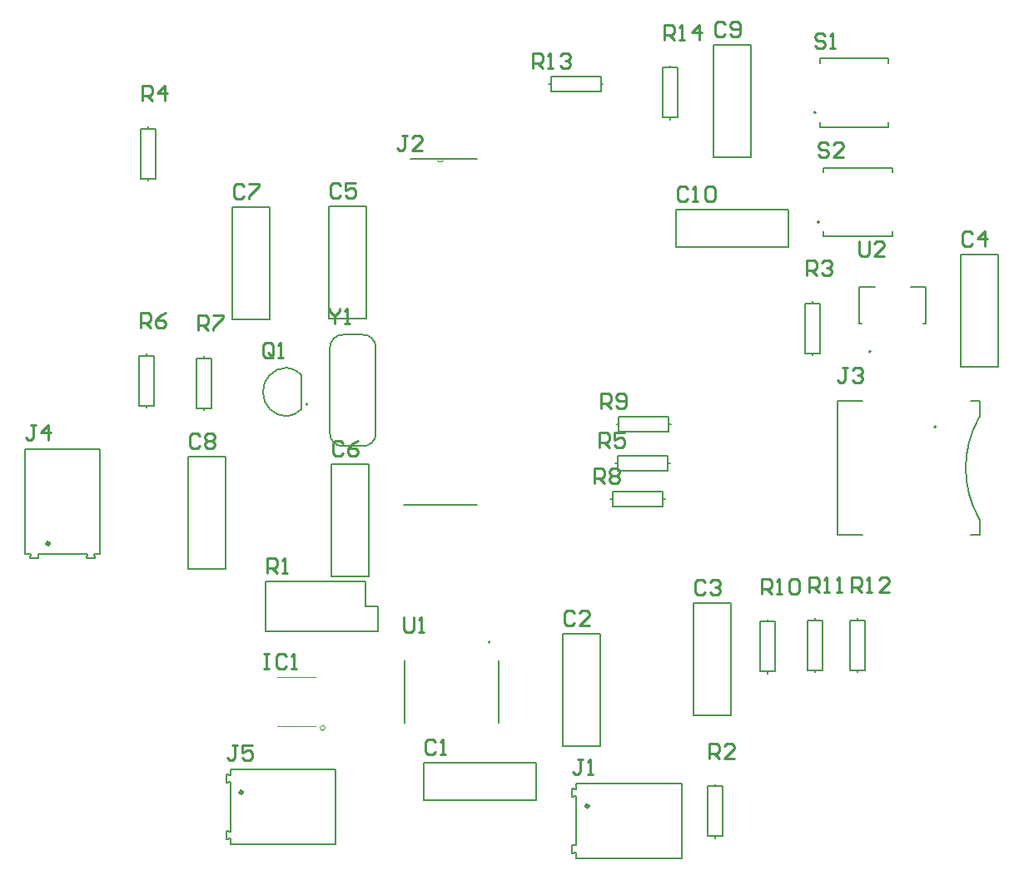
<source format=gto>
G04*
G04 #@! TF.GenerationSoftware,Altium Limited,Altium Designer,22.1.2 (22)*
G04*
G04 Layer_Color=65535*
%FSLAX43Y43*%
%MOMM*%
G71*
G04*
G04 #@! TF.SameCoordinates,3CF973F3-9CBB-499E-A860-84B5D62188FF*
G04*
G04*
G04 #@! TF.FilePolarity,Positive*
G04*
G01*
G75*
%ADD10C,0.200*%
%ADD11C,0.400*%
%ADD12C,0.127*%
%ADD13C,0.000*%
%ADD14C,0.152*%
%ADD15C,0.120*%
%ADD16C,0.254*%
D10*
X49272Y23247D02*
G03*
X49272Y23247I-100J0D01*
G01*
X88003Y52795D02*
G03*
X88003Y52795I-100J0D01*
G01*
X94644Y45145D02*
G03*
X94644Y45145I-100J0D01*
G01*
X99055Y46171D02*
G03*
X99055Y35719I9052J-5226D01*
G01*
X30749Y47442D02*
G03*
X30749Y47442I-100J0D01*
G01*
X82777Y65988D02*
G03*
X82777Y65988I-100J0D01*
G01*
X82396Y77132D02*
G03*
X82396Y77132I-100J0D01*
G01*
X26439Y24308D02*
Y29388D01*
Y24308D02*
X37869D01*
Y26848D01*
X36599D02*
X37869D01*
X36599D02*
Y29388D01*
X26439D02*
X36599D01*
X42568Y7163D02*
Y10973D01*
X53998D01*
Y7163D02*
Y10973D01*
X42568Y7163D02*
X53998D01*
X58046Y8850D02*
X68746D01*
Y1250D02*
Y8850D01*
X58046Y1250D02*
X68746D01*
X58046D02*
Y1830D01*
X57646Y1755D02*
X58046Y1830D01*
X57646Y1755D02*
Y2605D01*
X58046Y2530D01*
Y7570D01*
X57646Y7495D02*
X58046Y7570D01*
X57646Y7495D02*
Y8345D01*
X58046Y8270D01*
Y8850D01*
X56665Y24054D02*
X60475D01*
Y12624D02*
Y24054D01*
X56665Y12624D02*
X60475D01*
X56665D02*
Y24054D01*
X72159Y3480D02*
X72921D01*
Y8560D01*
X71397D02*
X72921D01*
X71397Y3480D02*
Y8560D01*
Y3480D02*
X72159D01*
Y8560D02*
Y8789D01*
Y3251D02*
Y3480D01*
X70000Y15799D02*
X73810D01*
X70000D02*
Y27229D01*
X73810D01*
Y15799D02*
Y27229D01*
X97178Y51232D02*
X100988D01*
X97178D02*
Y62662D01*
X100988D01*
Y51232D02*
Y62662D01*
X33170Y41326D02*
X36980D01*
Y29896D02*
Y41326D01*
X33170Y29896D02*
X36980D01*
X33170D02*
Y41326D01*
X32916Y56185D02*
X36726D01*
X32916D02*
Y67615D01*
X36726D01*
Y56185D02*
Y67615D01*
X82065Y52629D02*
X82827D01*
Y57709D01*
X81303D02*
X82827D01*
X81303Y52629D02*
Y57709D01*
Y52629D02*
X82065D01*
Y57709D02*
Y57938D01*
Y52400D02*
Y52629D01*
X98119Y47745D02*
X99069D01*
X84619Y34145D02*
X87119D01*
X99069D02*
Y35695D01*
X98119Y34145D02*
X99069D01*
X84619D02*
Y47745D01*
X99069Y46195D02*
Y47745D01*
X84619D02*
X87119D01*
X13739Y75489D02*
X14501D01*
X13739Y70409D02*
Y75489D01*
Y70409D02*
X15263D01*
Y75489D01*
X14501D02*
X15263D01*
X14501Y70180D02*
Y70409D01*
Y75489D02*
Y75718D01*
X67333Y41453D02*
Y42215D01*
X62253D02*
X67333D01*
X62253Y40691D02*
Y42215D01*
Y40691D02*
X67333D01*
Y41453D01*
X62024D02*
X62253D01*
X67333D02*
X67562D01*
X23095Y67525D02*
X26905D01*
Y56095D02*
Y67525D01*
X23095Y56095D02*
X26905D01*
X23095D02*
Y67525D01*
X13612Y52375D02*
X14374D01*
X13612Y47295D02*
Y52375D01*
Y47295D02*
X15136D01*
Y52375D01*
X14374D02*
X15136D01*
X14374Y47066D02*
Y47295D01*
Y52375D02*
Y52604D01*
X66825Y37770D02*
Y38532D01*
X61745D02*
X66825D01*
X61745Y37008D02*
Y38532D01*
Y37008D02*
X66825D01*
Y37770D01*
X61516D02*
X61745D01*
X66825D02*
X67054D01*
X20216Y47041D02*
X20978D01*
Y52121D01*
X19454D02*
X20978D01*
X19454Y47041D02*
Y52121D01*
Y47041D02*
X20216D01*
Y52121D02*
Y52350D01*
Y46812D02*
Y47041D01*
X67460Y45390D02*
Y46152D01*
X62380D02*
X67460D01*
X62380Y44628D02*
Y46152D01*
Y44628D02*
X67460D01*
Y45390D01*
X62151D02*
X62380D01*
X67460D02*
X67689D01*
X18565Y42088D02*
X22375D01*
Y30658D02*
Y42088D01*
X18565Y30658D02*
X22375D01*
X18565D02*
Y42088D01*
X2019Y32166D02*
Y42866D01*
X9619D01*
Y32166D02*
Y42866D01*
X9039Y32166D02*
X9619D01*
X9039D02*
X9114Y31766D01*
X8264D02*
X9114D01*
X8264D02*
X8339Y32166D01*
X3299D02*
X8339D01*
X3299D02*
X3374Y31766D01*
X2524D02*
X3374D01*
X2524D02*
X2599Y32166D01*
X2019D02*
X2599D01*
X85875Y25451D02*
X86637D01*
X85875Y20371D02*
Y25451D01*
Y20371D02*
X87399D01*
Y25451D01*
X86637D02*
X87399D01*
X86637Y20142D02*
Y20371D01*
Y25451D02*
Y25680D01*
X81557Y25451D02*
X82319D01*
X81557Y20371D02*
Y25451D01*
Y20371D02*
X83081D01*
Y25451D01*
X82319D02*
X83081D01*
X82319Y20142D02*
Y20371D01*
Y25451D02*
Y25680D01*
X76731Y25324D02*
X77493D01*
X76731Y20244D02*
Y25324D01*
Y20244D02*
X78255D01*
Y25324D01*
X77493D02*
X78255D01*
X77493Y20015D02*
Y20244D01*
Y25324D02*
Y25553D01*
X66825Y81712D02*
X67587D01*
X66825Y76632D02*
Y81712D01*
Y76632D02*
X68349D01*
Y81712D01*
X67587D02*
X68349D01*
X67587Y76403D02*
Y76632D01*
Y81712D02*
Y81941D01*
X60540Y80000D02*
Y80762D01*
X55460D02*
X60540D01*
X55460Y79238D02*
Y80762D01*
Y79238D02*
X60540D01*
Y80000D01*
X55231D02*
X55460D01*
X60540D02*
X60769D01*
X22867Y10247D02*
X33567D01*
Y2647D02*
Y10247D01*
X22867Y2647D02*
X33567D01*
X22867D02*
Y3227D01*
X22467Y3152D02*
X22867Y3227D01*
X22467Y3152D02*
Y4002D01*
X22867Y3927D01*
Y8967D01*
X22467Y8892D02*
X22867Y8967D01*
X22467Y8892D02*
Y9742D01*
X22867Y9667D01*
Y10247D01*
X68222Y63424D02*
Y67234D01*
X79652D01*
Y63424D02*
Y67234D01*
X68222Y63424D02*
X79652D01*
X72032Y83998D02*
X75842D01*
Y72568D02*
Y83998D01*
X72032Y72568D02*
X75842D01*
X72032D02*
Y83998D01*
D11*
X59246Y6550D02*
G03*
X59246Y6550I-100J0D01*
G01*
X4419Y33266D02*
G03*
X4419Y33266I-100J0D01*
G01*
X24067Y7947D02*
G03*
X24067Y7947I-100J0D01*
G01*
D12*
X37659Y53249D02*
G03*
X36341Y54521I-1295J-23D01*
G01*
Y43171D02*
G03*
X37659Y44443I23J1295D01*
G01*
X32999D02*
G03*
X34317Y43171I1295J23D01*
G01*
Y54521D02*
G03*
X32999Y53249I-23J-1295D01*
G01*
X28586Y46216D02*
G03*
X30113Y46960I-207J2361D01*
G01*
X26179Y48707D02*
G03*
X28584Y46217I2447J-43D01*
G01*
Y51167D02*
G03*
X26179Y48677I43J-2447D01*
G01*
X30113Y50424D02*
G03*
X28586Y51168I-1733J-1616D01*
G01*
X50157Y15037D02*
Y21387D01*
X40567Y15037D02*
Y21387D01*
X86833Y55638D02*
Y59358D01*
X93553Y55638D02*
Y59358D01*
X86833Y55638D02*
X87093D01*
X93303D02*
X93553D01*
X92063Y59358D02*
X93553D01*
X86833D02*
X88433D01*
X34319Y54521D02*
X36339D01*
X37659Y44441D02*
Y53251D01*
X34319Y43171D02*
X36339D01*
X32999Y44441D02*
Y53251D01*
X30119Y46967D02*
Y50417D01*
X83177Y71528D02*
X90177D01*
X83177Y64528D02*
X90177D01*
X83177D02*
Y65028D01*
Y71028D02*
Y71528D01*
X90177Y64528D02*
Y65028D01*
Y71028D02*
Y71528D01*
X82796Y82672D02*
X89796D01*
X82796Y75672D02*
X89796D01*
X82796D02*
Y76172D01*
Y82172D02*
Y82672D01*
X89796Y75672D02*
Y76172D01*
Y82172D02*
Y82672D01*
D13*
X43914Y72390D02*
G03*
X44524Y72390I305J0D01*
G01*
X32504Y14492D02*
G03*
X32504Y14492I-250J0D01*
G01*
D14*
X40485Y37186D02*
X47953D01*
X44524Y72390D02*
X47953D01*
X43914D02*
X44524D01*
X41196D02*
X43914D01*
D15*
X27622Y14682D02*
X31522D01*
X27622Y19710D02*
X31522D01*
D16*
X40536Y25730D02*
Y24460D01*
X40790Y24206D01*
X41298D01*
X41552Y24460D01*
Y25730D01*
X42060Y24206D02*
X42567D01*
X42313D01*
Y25730D01*
X42060Y25476D01*
X26591Y30252D02*
Y31775D01*
X27353D01*
X27607Y31521D01*
Y31013D01*
X27353Y30759D01*
X26591D01*
X27099D02*
X27607Y30252D01*
X28115D02*
X28623D01*
X28369D01*
Y31775D01*
X28115Y31521D01*
X43736Y13106D02*
X43482Y13360D01*
X42974D01*
X42720Y13106D01*
Y12091D01*
X42974Y11837D01*
X43482D01*
X43736Y12091D01*
X44244Y11837D02*
X44752D01*
X44498D01*
Y13360D01*
X44244Y13106D01*
X58722Y11328D02*
X58214D01*
X58468D01*
Y10059D01*
X58214Y9805D01*
X57960D01*
X57706Y10059D01*
X59230Y9805D02*
X59738D01*
X59484D01*
Y11328D01*
X59230Y11074D01*
X57833Y26187D02*
X57579Y26441D01*
X57071D01*
X56817Y26187D01*
Y25172D01*
X57071Y24918D01*
X57579D01*
X57833Y25172D01*
X59357Y24918D02*
X58341D01*
X59357Y25933D01*
Y26187D01*
X59103Y26441D01*
X58595D01*
X58341Y26187D01*
X71549Y11405D02*
Y12928D01*
X72311D01*
X72565Y12674D01*
Y12167D01*
X72311Y11913D01*
X71549D01*
X72057D02*
X72565Y11405D01*
X74089D02*
X73073D01*
X74089Y12420D01*
Y12674D01*
X73835Y12928D01*
X73327D01*
X73073Y12674D01*
X86815Y64059D02*
Y62789D01*
X87069Y62535D01*
X87577D01*
X87830Y62789D01*
Y64059D01*
X89354Y62535D02*
X88338D01*
X89354Y63551D01*
Y63805D01*
X89100Y64059D01*
X88592D01*
X88338Y63805D01*
X71168Y29362D02*
X70914Y29616D01*
X70406D01*
X70152Y29362D01*
Y28347D01*
X70406Y28093D01*
X70914D01*
X71168Y28347D01*
X71676Y29362D02*
X71930Y29616D01*
X72438D01*
X72692Y29362D01*
Y29108D01*
X72438Y28854D01*
X72184D01*
X72438D01*
X72692Y28600D01*
Y28347D01*
X72438Y28093D01*
X71930D01*
X71676Y28347D01*
X98346Y64795D02*
X98092Y65049D01*
X97584D01*
X97330Y64795D01*
Y63780D01*
X97584Y63526D01*
X98092D01*
X98346Y63780D01*
X99616Y63526D02*
Y65049D01*
X98854Y64287D01*
X99870D01*
X32967Y57150D02*
Y56896D01*
X33475Y56388D01*
X33982Y56896D01*
Y57150D01*
X33475Y56388D02*
Y55626D01*
X34490D02*
X34998D01*
X34744D01*
Y57150D01*
X34490Y56896D01*
X34338Y43459D02*
X34084Y43713D01*
X33576D01*
X33322Y43459D01*
Y42444D01*
X33576Y42190D01*
X34084D01*
X34338Y42444D01*
X35862Y43713D02*
X35354Y43459D01*
X34846Y42951D01*
Y42444D01*
X35100Y42190D01*
X35608D01*
X35862Y42444D01*
Y42697D01*
X35608Y42951D01*
X34846D01*
X34084Y69748D02*
X33830Y70002D01*
X33322D01*
X33068Y69748D01*
Y68733D01*
X33322Y68479D01*
X33830D01*
X34084Y68733D01*
X35608Y70002D02*
X34592D01*
Y69240D01*
X35100Y69494D01*
X35354D01*
X35608Y69240D01*
Y68733D01*
X35354Y68479D01*
X34846D01*
X34592Y68733D01*
X40840Y74752D02*
X40333D01*
X40587D01*
Y73482D01*
X40333Y73228D01*
X40079D01*
X39825Y73482D01*
X42364Y73228D02*
X41348D01*
X42364Y74244D01*
Y74498D01*
X42110Y74752D01*
X41602D01*
X41348Y74498D01*
X81455Y60554D02*
Y62077D01*
X82217D01*
X82471Y61823D01*
Y61316D01*
X82217Y61062D01*
X81455D01*
X81963D02*
X82471Y60554D01*
X82979Y61823D02*
X83233Y62077D01*
X83741D01*
X83995Y61823D01*
Y61569D01*
X83741Y61316D01*
X83487D01*
X83741D01*
X83995Y61062D01*
Y60808D01*
X83741Y60554D01*
X83233D01*
X82979Y60808D01*
X85621Y51206D02*
X85113D01*
X85367D01*
Y49937D01*
X85113Y49683D01*
X84859D01*
X84605Y49937D01*
X86129Y50952D02*
X86382Y51206D01*
X86890D01*
X87144Y50952D01*
Y50698D01*
X86890Y50444D01*
X86636D01*
X86890D01*
X87144Y50190D01*
Y49937D01*
X86890Y49683D01*
X86382D01*
X86129Y49937D01*
X13891Y78334D02*
Y79857D01*
X14653D01*
X14907Y79603D01*
Y79096D01*
X14653Y78842D01*
X13891D01*
X14399D02*
X14907Y78334D01*
X16177D02*
Y79857D01*
X15415Y79096D01*
X16431D01*
X60424Y43079D02*
Y44602D01*
X61186D01*
X61440Y44348D01*
Y43840D01*
X61186Y43586D01*
X60424D01*
X60932D02*
X61440Y43079D01*
X62963Y44602D02*
X61948D01*
Y43840D01*
X62456Y44094D01*
X62709D01*
X62963Y43840D01*
Y43333D01*
X62709Y43079D01*
X62202D01*
X61948Y43333D01*
X24254Y69647D02*
X24000Y69901D01*
X23493D01*
X23239Y69647D01*
Y68631D01*
X23493Y68377D01*
X24000D01*
X24254Y68631D01*
X24762Y69901D02*
X25778D01*
Y69647D01*
X24762Y68631D01*
Y68377D01*
X13764Y55220D02*
Y56743D01*
X14526D01*
X14780Y56489D01*
Y55982D01*
X14526Y55728D01*
X13764D01*
X14272D02*
X14780Y55220D01*
X16304Y56743D02*
X15796Y56489D01*
X15288Y55982D01*
Y55474D01*
X15542Y55220D01*
X16050D01*
X16304Y55474D01*
Y55728D01*
X16050Y55982D01*
X15288D01*
X59916Y39396D02*
Y40919D01*
X60678D01*
X60932Y40665D01*
Y40157D01*
X60678Y39903D01*
X59916D01*
X60424D02*
X60932Y39396D01*
X61440Y40665D02*
X61694Y40919D01*
X62201D01*
X62455Y40665D01*
Y40411D01*
X62201Y40157D01*
X62455Y39903D01*
Y39650D01*
X62201Y39396D01*
X61694D01*
X61440Y39650D01*
Y39903D01*
X61694Y40157D01*
X61440Y40411D01*
Y40665D01*
X61694Y40157D02*
X62201D01*
X19606Y54966D02*
Y56489D01*
X20368D01*
X20622Y56235D01*
Y55728D01*
X20368Y55474D01*
X19606D01*
X20114D02*
X20622Y54966D01*
X21130Y56489D02*
X22146D01*
Y56235D01*
X21130Y55220D01*
Y54966D01*
X60551Y47016D02*
Y48539D01*
X61313D01*
X61567Y48285D01*
Y47777D01*
X61313Y47523D01*
X60551D01*
X61059D02*
X61567Y47016D01*
X62075Y47270D02*
X62329Y47016D01*
X62836D01*
X63090Y47270D01*
Y48285D01*
X62836Y48539D01*
X62329D01*
X62075Y48285D01*
Y48031D01*
X62329Y47777D01*
X63090D01*
X19733Y44221D02*
X19479Y44475D01*
X18971D01*
X18717Y44221D01*
Y43206D01*
X18971Y42952D01*
X19479D01*
X19733Y43206D01*
X20241Y44221D02*
X20495Y44475D01*
X21003D01*
X21257Y44221D01*
Y43967D01*
X21003Y43713D01*
X21257Y43459D01*
Y43206D01*
X21003Y42952D01*
X20495D01*
X20241Y43206D01*
Y43459D01*
X20495Y43713D01*
X20241Y43967D01*
Y44221D01*
X20495Y43713D02*
X21003D01*
X27175Y52451D02*
Y53467D01*
X26921Y53721D01*
X26414D01*
X26160Y53467D01*
Y52451D01*
X26414Y52197D01*
X26921D01*
X26667Y52705D02*
X27175Y52197D01*
X26921D02*
X27175Y52451D01*
X27683Y52197D02*
X28191D01*
X27937D01*
Y53721D01*
X27683Y53467D01*
X3096Y45364D02*
X2588D01*
X2842D01*
Y44095D01*
X2588Y43841D01*
X2334D01*
X2080Y44095D01*
X4366Y43841D02*
Y45364D01*
X3604Y44602D01*
X4620D01*
X86027Y28296D02*
Y29819D01*
X86789D01*
X87043Y29565D01*
Y29058D01*
X86789Y28804D01*
X86027D01*
X86535D02*
X87043Y28296D01*
X87551D02*
X88059D01*
X87805D01*
Y29819D01*
X87551Y29565D01*
X89836Y28296D02*
X88821D01*
X89836Y29311D01*
Y29565D01*
X89582Y29819D01*
X89074D01*
X88821Y29565D01*
X81709Y28296D02*
Y29819D01*
X82471D01*
X82725Y29565D01*
Y29058D01*
X82471Y28804D01*
X81709D01*
X82217D02*
X82725Y28296D01*
X83233D02*
X83741D01*
X83487D01*
Y29819D01*
X83233Y29565D01*
X84503Y28296D02*
X85010D01*
X84756D01*
Y29819D01*
X84503Y29565D01*
X76883Y28169D02*
Y29692D01*
X77645D01*
X77899Y29438D01*
Y28931D01*
X77645Y28677D01*
X76883D01*
X77391D02*
X77899Y28169D01*
X78407D02*
X78915D01*
X78661D01*
Y29692D01*
X78407Y29438D01*
X79676D02*
X79930Y29692D01*
X80438D01*
X80692Y29438D01*
Y28423D01*
X80438Y28169D01*
X79930D01*
X79676Y28423D01*
Y29438D01*
X26312Y22047D02*
X26820D01*
X26566D01*
Y20523D01*
X26312D01*
X26820D01*
X28597Y21793D02*
X28343Y22047D01*
X27836D01*
X27582Y21793D01*
Y20777D01*
X27836Y20523D01*
X28343D01*
X28597Y20777D01*
X29105Y20523D02*
X29613D01*
X29359D01*
Y22047D01*
X29105Y21793D01*
X83690Y73838D02*
X83436Y74092D01*
X82929D01*
X82675Y73838D01*
Y73584D01*
X82929Y73330D01*
X83436D01*
X83690Y73076D01*
Y72822D01*
X83436Y72568D01*
X82929D01*
X82675Y72822D01*
X85214Y72568D02*
X84198D01*
X85214Y73584D01*
Y73838D01*
X84960Y74092D01*
X84452D01*
X84198Y73838D01*
X66977Y84557D02*
Y86080D01*
X67739D01*
X67993Y85826D01*
Y85319D01*
X67739Y85065D01*
X66977D01*
X67485D02*
X67993Y84557D01*
X68501D02*
X69009D01*
X68755D01*
Y86080D01*
X68501Y85826D01*
X70532Y84557D02*
Y86080D01*
X69771Y85319D01*
X70786D01*
X83309Y84988D02*
X83055Y85242D01*
X82548D01*
X82294Y84988D01*
Y84734D01*
X82548Y84480D01*
X83055D01*
X83309Y84226D01*
Y83973D01*
X83055Y83719D01*
X82548D01*
X82294Y83973D01*
X83817Y83719D02*
X84325D01*
X84071D01*
Y85242D01*
X83817Y84988D01*
X53642Y81636D02*
Y83159D01*
X54404D01*
X54658Y82905D01*
Y82398D01*
X54404Y82144D01*
X53642D01*
X54150D02*
X54658Y81636D01*
X55166D02*
X55674D01*
X55420D01*
Y83159D01*
X55166Y82905D01*
X56436D02*
X56689Y83159D01*
X57197D01*
X57451Y82905D01*
Y82651D01*
X57197Y82398D01*
X56943D01*
X57197D01*
X57451Y82144D01*
Y81890D01*
X57197Y81636D01*
X56689D01*
X56436Y81890D01*
X23543Y12725D02*
X23035D01*
X23289D01*
Y11456D01*
X23035Y11202D01*
X22781D01*
X22527Y11456D01*
X25067Y12725D02*
X24051D01*
Y11963D01*
X24559Y12217D01*
X24813D01*
X25067Y11963D01*
Y11456D01*
X24813Y11202D01*
X24305D01*
X24051Y11456D01*
X69390Y69367D02*
X69136Y69621D01*
X68628D01*
X68374Y69367D01*
Y68352D01*
X68628Y68098D01*
X69136D01*
X69390Y68352D01*
X69898Y68098D02*
X70406D01*
X70152D01*
Y69621D01*
X69898Y69367D01*
X71168D02*
X71421Y69621D01*
X71929D01*
X72183Y69367D01*
Y68352D01*
X71929Y68098D01*
X71421D01*
X71168Y68352D01*
Y69367D01*
X73200Y86131D02*
X72946Y86385D01*
X72438D01*
X72184Y86131D01*
Y85116D01*
X72438Y84862D01*
X72946D01*
X73200Y85116D01*
X73708D02*
X73962Y84862D01*
X74470D01*
X74724Y85116D01*
Y86131D01*
X74470Y86385D01*
X73962D01*
X73708Y86131D01*
Y85877D01*
X73962Y85623D01*
X74724D01*
M02*

</source>
